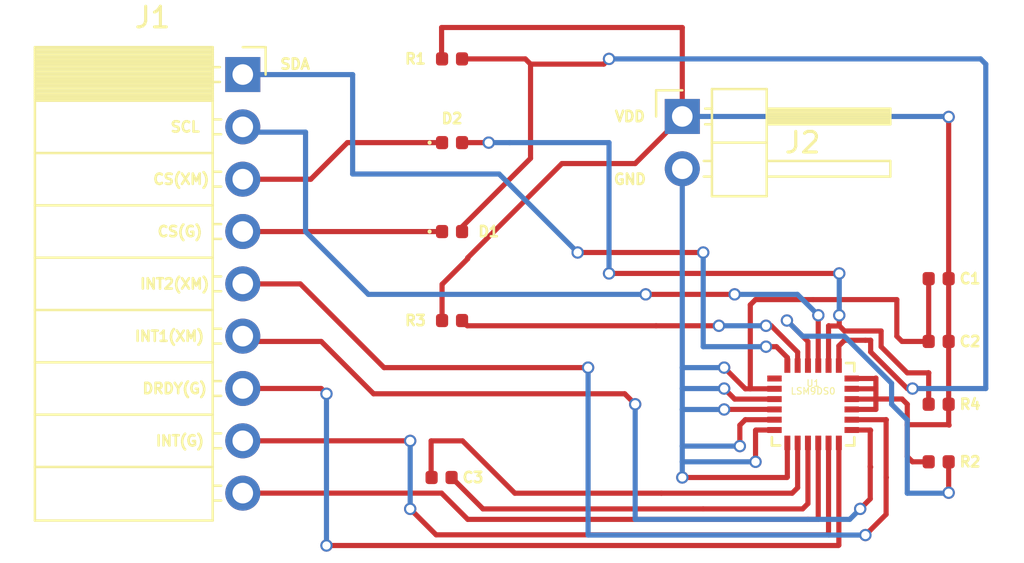
<source format=kicad_pcb>
(kicad_pcb (version 20171130) (host pcbnew "(5.0.0)")

  (general
    (thickness 1.6)
    (drawings 17)
    (tracks 245)
    (zones 0)
    (modules 12)
    (nets 18)
  )

  (page A4)
  (layers
    (0 F.Cu signal)
    (1 In1.Cu power)
    (2 In2.Cu power)
    (31 B.Cu signal)
    (32 B.Adhes user)
    (33 F.Adhes user)
    (34 B.Paste user)
    (35 F.Paste user)
    (36 B.SilkS user)
    (37 F.SilkS user)
    (38 B.Mask user)
    (39 F.Mask user)
    (40 Dwgs.User user)
    (41 Cmts.User user)
    (42 Eco1.User user)
    (43 Eco2.User user)
    (44 Edge.Cuts user)
    (45 Margin user)
    (46 B.CrtYd user)
    (47 F.CrtYd user)
    (48 B.Fab user)
    (49 F.Fab user)
  )

  (setup
    (last_trace_width 0.25)
    (trace_clearance 0.2)
    (zone_clearance 0.508)
    (zone_45_only no)
    (trace_min 0.2)
    (segment_width 0.2)
    (edge_width 0.15)
    (via_size 0.6)
    (via_drill 0.4)
    (via_min_size 0.4)
    (via_min_drill 0.3)
    (uvia_size 0.3)
    (uvia_drill 0.1)
    (uvias_allowed no)
    (uvia_min_size 0.2)
    (uvia_min_drill 0.1)
    (pcb_text_width 0.3)
    (pcb_text_size 1.5 1.5)
    (mod_edge_width 0.15)
    (mod_text_size 1 1)
    (mod_text_width 0.15)
    (pad_size 0.29 0.7)
    (pad_drill 0)
    (pad_to_mask_clearance 0.2)
    (aux_axis_origin 0 0)
    (visible_elements 7FFDFFFF)
    (pcbplotparams
      (layerselection 0x010fc_ffffffff)
      (usegerberextensions false)
      (usegerberattributes false)
      (usegerberadvancedattributes false)
      (creategerberjobfile false)
      (excludeedgelayer true)
      (linewidth 0.100000)
      (plotframeref false)
      (viasonmask false)
      (mode 1)
      (useauxorigin false)
      (hpglpennumber 1)
      (hpglpenspeed 20)
      (hpglpendiameter 15.000000)
      (psnegative false)
      (psa4output false)
      (plotreference true)
      (plotvalue true)
      (plotinvisibletext false)
      (padsonsilk false)
      (subtractmaskfromsilk false)
      (outputformat 1)
      (mirror false)
      (drillshape 1)
      (scaleselection 1)
      (outputdirectory ""))
  )

  (net 0 "")
  (net 1 "Net-(C3-Pad1)")
  (net 2 "Net-(C3-Pad2)")
  (net 3 "Net-(D1-Pad1)")
  (net 4 "Net-(D1-Pad2)")
  (net 5 "Net-(D2-Pad2)")
  (net 6 "Net-(D2-Pad1)")
  (net 7 "Net-(J1-Pad1)")
  (net 8 "Net-(J1-Pad2)")
  (net 9 "Net-(J1-Pad5)")
  (net 10 "Net-(J1-Pad6)")
  (net 11 "Net-(J1-Pad7)")
  (net 12 "Net-(J1-Pad8)")
  (net 13 "Net-(J1-Pad9)")
  (net 14 "Net-(R2-Pad2)")
  (net 15 "Net-(R3-Pad2)")
  (net 16 "Net-(C1-Pad1)")
  (net 17 "Net-(C1-Pad2)")

  (net_class Default "This is the default net class."
    (clearance 0.2)
    (trace_width 0.25)
    (via_dia 0.6)
    (via_drill 0.4)
    (uvia_dia 0.3)
    (uvia_drill 0.1)
    (add_net "Net-(C1-Pad1)")
    (add_net "Net-(C1-Pad2)")
    (add_net "Net-(C3-Pad1)")
    (add_net "Net-(C3-Pad2)")
    (add_net "Net-(D1-Pad1)")
    (add_net "Net-(D1-Pad2)")
    (add_net "Net-(D2-Pad1)")
    (add_net "Net-(D2-Pad2)")
    (add_net "Net-(J1-Pad1)")
    (add_net "Net-(J1-Pad2)")
    (add_net "Net-(J1-Pad5)")
    (add_net "Net-(J1-Pad6)")
    (add_net "Net-(J1-Pad7)")
    (add_net "Net-(J1-Pad8)")
    (add_net "Net-(J1-Pad9)")
    (add_net "Net-(R2-Pad2)")
    (add_net "Net-(R3-Pad2)")
  )

  (module Connector_PinHeader_2.54mm:PinHeader_1x02_P2.54mm_Horizontal (layer F.Cu) (tedit 5BC81304) (tstamp 5BD43528)
    (at 160.02 69.85)
    (descr "Through hole angled pin header, 1x02, 2.54mm pitch, 6mm pin length, single row")
    (tags "Through hole angled pin header THT 1x02 2.54mm single row")
    (path /5BBB0B63)
    (fp_text reference J2 (at 5.842 1.27) (layer F.SilkS)
      (effects (font (size 1 1) (thickness 0.15)))
    )
    (fp_text value Conn_01x02_Female (at 4.385 4.81) (layer F.Fab)
      (effects (font (size 1 1) (thickness 0.15)))
    )
    (fp_line (start 2.135 -1.27) (end 4.04 -1.27) (layer F.Fab) (width 0.1))
    (fp_line (start 4.04 -1.27) (end 4.04 3.81) (layer F.Fab) (width 0.1))
    (fp_line (start 4.04 3.81) (end 1.5 3.81) (layer F.Fab) (width 0.1))
    (fp_line (start 1.5 3.81) (end 1.5 -0.635) (layer F.Fab) (width 0.1))
    (fp_line (start 1.5 -0.635) (end 2.135 -1.27) (layer F.Fab) (width 0.1))
    (fp_line (start -0.32 -0.32) (end 1.5 -0.32) (layer F.Fab) (width 0.1))
    (fp_line (start -0.32 -0.32) (end -0.32 0.32) (layer F.Fab) (width 0.1))
    (fp_line (start -0.32 0.32) (end 1.5 0.32) (layer F.Fab) (width 0.1))
    (fp_line (start 4.04 -0.32) (end 10.04 -0.32) (layer F.Fab) (width 0.1))
    (fp_line (start 10.04 -0.32) (end 10.04 0.32) (layer F.Fab) (width 0.1))
    (fp_line (start 4.04 0.32) (end 10.04 0.32) (layer F.Fab) (width 0.1))
    (fp_line (start -0.32 2.22) (end 1.5 2.22) (layer F.Fab) (width 0.1))
    (fp_line (start -0.32 2.22) (end -0.32 2.86) (layer F.Fab) (width 0.1))
    (fp_line (start -0.32 2.86) (end 1.5 2.86) (layer F.Fab) (width 0.1))
    (fp_line (start 4.04 2.22) (end 10.04 2.22) (layer F.Fab) (width 0.1))
    (fp_line (start 10.04 2.22) (end 10.04 2.86) (layer F.Fab) (width 0.1))
    (fp_line (start 4.04 2.86) (end 10.04 2.86) (layer F.Fab) (width 0.1))
    (fp_line (start 1.44 -1.33) (end 1.44 3.87) (layer F.SilkS) (width 0.12))
    (fp_line (start 1.44 3.87) (end 4.1 3.87) (layer F.SilkS) (width 0.12))
    (fp_line (start 4.1 3.87) (end 4.1 -1.33) (layer F.SilkS) (width 0.12))
    (fp_line (start 4.1 -1.33) (end 1.44 -1.33) (layer F.SilkS) (width 0.12))
    (fp_line (start 4.1 -0.38) (end 10.1 -0.38) (layer F.SilkS) (width 0.12))
    (fp_line (start 10.1 -0.38) (end 10.1 0.38) (layer F.SilkS) (width 0.12))
    (fp_line (start 10.1 0.38) (end 4.1 0.38) (layer F.SilkS) (width 0.12))
    (fp_line (start 4.1 -0.32) (end 10.1 -0.32) (layer F.SilkS) (width 0.12))
    (fp_line (start 4.1 -0.2) (end 10.1 -0.2) (layer F.SilkS) (width 0.12))
    (fp_line (start 4.1 -0.08) (end 10.1 -0.08) (layer F.SilkS) (width 0.12))
    (fp_line (start 4.1 0.04) (end 10.1 0.04) (layer F.SilkS) (width 0.12))
    (fp_line (start 4.1 0.16) (end 10.1 0.16) (layer F.SilkS) (width 0.12))
    (fp_line (start 4.1 0.28) (end 10.1 0.28) (layer F.SilkS) (width 0.12))
    (fp_line (start 1.11 -0.38) (end 1.44 -0.38) (layer F.SilkS) (width 0.12))
    (fp_line (start 1.11 0.38) (end 1.44 0.38) (layer F.SilkS) (width 0.12))
    (fp_line (start 1.44 1.27) (end 4.1 1.27) (layer F.SilkS) (width 0.12))
    (fp_line (start 4.1 2.16) (end 10.1 2.16) (layer F.SilkS) (width 0.12))
    (fp_line (start 10.1 2.16) (end 10.1 2.92) (layer F.SilkS) (width 0.12))
    (fp_line (start 10.1 2.92) (end 4.1 2.92) (layer F.SilkS) (width 0.12))
    (fp_line (start 1.042929 2.16) (end 1.44 2.16) (layer F.SilkS) (width 0.12))
    (fp_line (start 1.042929 2.92) (end 1.44 2.92) (layer F.SilkS) (width 0.12))
    (fp_line (start -1.27 0) (end -1.27 -1.27) (layer F.SilkS) (width 0.12))
    (fp_line (start -1.27 -1.27) (end 0 -1.27) (layer F.SilkS) (width 0.12))
    (fp_line (start -1.8 -1.8) (end -1.8 4.35) (layer F.CrtYd) (width 0.05))
    (fp_line (start -1.8 4.35) (end 10.55 4.35) (layer F.CrtYd) (width 0.05))
    (fp_line (start 10.55 4.35) (end 10.55 -1.8) (layer F.CrtYd) (width 0.05))
    (fp_line (start 10.55 -1.8) (end -1.8 -1.8) (layer F.CrtYd) (width 0.05))
    (fp_text user %R (at 2.794 2.286 90) (layer F.Fab)
      (effects (font (size 1 1) (thickness 0.15)))
    )
    (pad 1 thru_hole rect (at 0 0) (size 1.7 1.7) (drill 1) (layers *.Cu *.Mask)
      (net 17 "Net-(C1-Pad2)"))
    (pad 2 thru_hole oval (at 0 2.54) (size 1.7 1.7) (drill 1) (layers *.Cu *.Mask)
      (net 16 "Net-(C1-Pad1)"))
    (model ${KISYS3DMOD}/Connector_PinHeader_2.54mm.3dshapes/PinHeader_1x02_P2.54mm_Horizontal.wrl
      (at (xyz 0 0 0))
      (scale (xyz 1 1 1))
      (rotate (xyz 0 0 0))
    )
  )

  (module Capacitor_SMD:C_0402_1005Metric (layer F.Cu) (tedit 5BC8122A) (tstamp 5BD34FC5)
    (at 172.466 77.724)
    (descr "Capacitor SMD 0402 (1005 Metric), square (rectangular) end terminal, IPC_7351 nominal, (Body size source: http://www.tortai-tech.com/upload/download/2011102023233369053.pdf), generated with kicad-footprint-generator")
    (tags capacitor)
    (path /5BB5975F)
    (attr smd)
    (fp_text reference C1 (at 1.524 0) (layer F.SilkS)
      (effects (font (size 0.5 0.5) (thickness 0.125)))
    )
    (fp_text value 100nF (at 0 1.17) (layer F.Fab)
      (effects (font (size 1 1) (thickness 0.15)))
    )
    (fp_line (start -0.5 0.25) (end -0.5 -0.25) (layer F.Fab) (width 0.1))
    (fp_line (start -0.5 -0.25) (end 0.5 -0.25) (layer F.Fab) (width 0.1))
    (fp_line (start 0.5 -0.25) (end 0.5 0.25) (layer F.Fab) (width 0.1))
    (fp_line (start 0.5 0.25) (end -0.5 0.25) (layer F.Fab) (width 0.1))
    (fp_line (start -0.93 0.47) (end -0.93 -0.47) (layer F.CrtYd) (width 0.05))
    (fp_line (start -0.93 -0.47) (end 0.93 -0.47) (layer F.CrtYd) (width 0.05))
    (fp_line (start 0.93 -0.47) (end 0.93 0.47) (layer F.CrtYd) (width 0.05))
    (fp_line (start 0.93 0.47) (end -0.93 0.47) (layer F.CrtYd) (width 0.05))
    (fp_text user %R (at 0 0) (layer F.Fab)
      (effects (font (size 0.25 0.25) (thickness 0.04)))
    )
    (pad 1 smd roundrect (at -0.485 0) (size 0.59 0.64) (layers F.Cu F.Paste F.Mask) (roundrect_rratio 0.25)
      (net 16 "Net-(C1-Pad1)"))
    (pad 2 smd roundrect (at 0.485 0) (size 0.59 0.64) (layers F.Cu F.Paste F.Mask) (roundrect_rratio 0.25)
      (net 17 "Net-(C1-Pad2)"))
    (model ${KISYS3DMOD}/Capacitor_SMD.3dshapes/C_0402_1005Metric.wrl
      (at (xyz 0 0 0))
      (scale (xyz 1 1 1))
      (rotate (xyz 0 0 0))
    )
  )

  (module Capacitor_SMD:C_0402_1005Metric (layer F.Cu) (tedit 5BC8121C) (tstamp 5BD34FD4)
    (at 172.466 80.772)
    (descr "Capacitor SMD 0402 (1005 Metric), square (rectangular) end terminal, IPC_7351 nominal, (Body size source: http://www.tortai-tech.com/upload/download/2011102023233369053.pdf), generated with kicad-footprint-generator")
    (tags capacitor)
    (path /5BB59817)
    (attr smd)
    (fp_text reference C2 (at 1.524 0) (layer F.SilkS)
      (effects (font (size 0.5 0.5) (thickness 0.125)))
    )
    (fp_text value 10uF (at 6.604 0) (layer F.Fab) hide
      (effects (font (size 1 1) (thickness 0.15)))
    )
    (fp_text user %R (at 0 0) (layer F.Fab)
      (effects (font (size 0.25 0.25) (thickness 0.04)))
    )
    (fp_line (start 0.93 0.47) (end -0.93 0.47) (layer F.CrtYd) (width 0.05))
    (fp_line (start 0.93 -0.47) (end 0.93 0.47) (layer F.CrtYd) (width 0.05))
    (fp_line (start -0.93 -0.47) (end 0.93 -0.47) (layer F.CrtYd) (width 0.05))
    (fp_line (start -0.93 0.47) (end -0.93 -0.47) (layer F.CrtYd) (width 0.05))
    (fp_line (start 0.5 0.25) (end -0.5 0.25) (layer F.Fab) (width 0.1))
    (fp_line (start 0.5 -0.25) (end 0.5 0.25) (layer F.Fab) (width 0.1))
    (fp_line (start -0.5 -0.25) (end 0.5 -0.25) (layer F.Fab) (width 0.1))
    (fp_line (start -0.5 0.25) (end -0.5 -0.25) (layer F.Fab) (width 0.1))
    (pad 2 smd roundrect (at 0.485 0) (size 0.59 0.64) (layers F.Cu F.Paste F.Mask) (roundrect_rratio 0.25)
      (net 17 "Net-(C1-Pad2)"))
    (pad 1 smd roundrect (at -0.485 0) (size 0.59 0.64) (layers F.Cu F.Paste F.Mask) (roundrect_rratio 0.25)
      (net 16 "Net-(C1-Pad1)"))
    (model ${KISYS3DMOD}/Capacitor_SMD.3dshapes/C_0402_1005Metric.wrl
      (at (xyz 0 0 0))
      (scale (xyz 1 1 1))
      (rotate (xyz 0 0 0))
    )
  )

  (module Capacitor_SMD:C_0402_1005Metric (layer F.Cu) (tedit 5BC812B6) (tstamp 5BD34FE3)
    (at 148.336 87.376)
    (descr "Capacitor SMD 0402 (1005 Metric), square (rectangular) end terminal, IPC_7351 nominal, (Body size source: http://www.tortai-tech.com/upload/download/2011102023233369053.pdf), generated with kicad-footprint-generator")
    (tags capacitor)
    (path /5BB5B7D7)
    (attr smd)
    (fp_text reference C3 (at 1.524 0) (layer F.SilkS)
      (effects (font (size 0.5 0.5) (thickness 0.125)))
    )
    (fp_text value 0.22uF (at 0 1.17) (layer F.Fab)
      (effects (font (size 1 1) (thickness 0.15)))
    )
    (fp_line (start -0.5 0.25) (end -0.5 -0.25) (layer F.Fab) (width 0.1))
    (fp_line (start -0.5 -0.25) (end 0.5 -0.25) (layer F.Fab) (width 0.1))
    (fp_line (start 0.5 -0.25) (end 0.5 0.25) (layer F.Fab) (width 0.1))
    (fp_line (start 0.5 0.25) (end -0.5 0.25) (layer F.Fab) (width 0.1))
    (fp_line (start -0.93 0.47) (end -0.93 -0.47) (layer F.CrtYd) (width 0.05))
    (fp_line (start -0.93 -0.47) (end 0.93 -0.47) (layer F.CrtYd) (width 0.05))
    (fp_line (start 0.93 -0.47) (end 0.93 0.47) (layer F.CrtYd) (width 0.05))
    (fp_line (start 0.93 0.47) (end -0.93 0.47) (layer F.CrtYd) (width 0.05))
    (fp_text user %R (at 0 0) (layer F.Fab)
      (effects (font (size 0.25 0.25) (thickness 0.04)))
    )
    (pad 1 smd roundrect (at -0.485 0) (size 0.59 0.64) (layers F.Cu F.Paste F.Mask) (roundrect_rratio 0.25)
      (net 1 "Net-(C3-Pad1)"))
    (pad 2 smd roundrect (at 0.485 0) (size 0.59 0.64) (layers F.Cu F.Paste F.Mask) (roundrect_rratio 0.25)
      (net 2 "Net-(C3-Pad2)"))
    (model ${KISYS3DMOD}/Capacitor_SMD.3dshapes/C_0402_1005Metric.wrl
      (at (xyz 0 0 0))
      (scale (xyz 1 1 1))
      (rotate (xyz 0 0 0))
    )
  )

  (module Diode_SMD:D_0402_1005Metric (layer F.Cu) (tedit 5BC812D6) (tstamp 5BD34FF5)
    (at 148.844 75.438)
    (descr "Diode SMD 0402 (1005 Metric), square (rectangular) end terminal, IPC_7351 nominal, (Body size source: http://www.tortai-tech.com/upload/download/2011102023233369053.pdf), generated with kicad-footprint-generator")
    (tags diode)
    (path /5BBA454A)
    (attr smd)
    (fp_text reference D1 (at 1.778 0) (layer F.SilkS)
      (effects (font (size 0.5 0.5) (thickness 0.125)))
    )
    (fp_text value D_Small (at 0 1.17) (layer F.Fab)
      (effects (font (size 1 1) (thickness 0.15)))
    )
    (fp_circle (center -1.09 0) (end -1.04 0) (layer F.SilkS) (width 0.1))
    (fp_line (start -0.5 0.25) (end -0.5 -0.25) (layer F.Fab) (width 0.1))
    (fp_line (start -0.5 -0.25) (end 0.5 -0.25) (layer F.Fab) (width 0.1))
    (fp_line (start 0.5 -0.25) (end 0.5 0.25) (layer F.Fab) (width 0.1))
    (fp_line (start 0.5 0.25) (end -0.5 0.25) (layer F.Fab) (width 0.1))
    (fp_line (start -0.4 0.25) (end -0.4 -0.25) (layer F.Fab) (width 0.1))
    (fp_line (start -0.3 0.25) (end -0.3 -0.25) (layer F.Fab) (width 0.1))
    (fp_line (start -0.93 0.47) (end -0.93 -0.47) (layer F.CrtYd) (width 0.05))
    (fp_line (start -0.93 -0.47) (end 0.93 -0.47) (layer F.CrtYd) (width 0.05))
    (fp_line (start 0.93 -0.47) (end 0.93 0.47) (layer F.CrtYd) (width 0.05))
    (fp_line (start 0.93 0.47) (end -0.93 0.47) (layer F.CrtYd) (width 0.05))
    (fp_text user %R (at 0 0) (layer F.Fab)
      (effects (font (size 0.25 0.25) (thickness 0.04)))
    )
    (pad 1 smd roundrect (at -0.485 0) (size 0.59 0.64) (layers F.Cu F.Paste F.Mask) (roundrect_rratio 0.25)
      (net 3 "Net-(D1-Pad1)"))
    (pad 2 smd roundrect (at 0.485 0) (size 0.59 0.64) (layers F.Cu F.Paste F.Mask) (roundrect_rratio 0.25)
      (net 4 "Net-(D1-Pad2)"))
    (model ${KISYS3DMOD}/Diode_SMD.3dshapes/D_0402_1005Metric.wrl
      (at (xyz 0 0 0))
      (scale (xyz 1 1 1))
      (rotate (xyz 0 0 0))
    )
  )

  (module Diode_SMD:D_0402_1005Metric (layer F.Cu) (tedit 5BC812E0) (tstamp 5BD35007)
    (at 148.844 71.12)
    (descr "Diode SMD 0402 (1005 Metric), square (rectangular) end terminal, IPC_7351 nominal, (Body size source: http://www.tortai-tech.com/upload/download/2011102023233369053.pdf), generated with kicad-footprint-generator")
    (tags diode)
    (path /5BBAE8B5)
    (attr smd)
    (fp_text reference D2 (at 0 -1.17) (layer F.SilkS)
      (effects (font (size 0.5 0.5) (thickness 0.125)))
    )
    (fp_text value D_Small (at 0 1.17) (layer F.Fab)
      (effects (font (size 1 1) (thickness 0.15)))
    )
    (fp_text user %R (at 0 0) (layer F.Fab)
      (effects (font (size 0.25 0.25) (thickness 0.04)))
    )
    (fp_line (start 0.93 0.47) (end -0.93 0.47) (layer F.CrtYd) (width 0.05))
    (fp_line (start 0.93 -0.47) (end 0.93 0.47) (layer F.CrtYd) (width 0.05))
    (fp_line (start -0.93 -0.47) (end 0.93 -0.47) (layer F.CrtYd) (width 0.05))
    (fp_line (start -0.93 0.47) (end -0.93 -0.47) (layer F.CrtYd) (width 0.05))
    (fp_line (start -0.3 0.25) (end -0.3 -0.25) (layer F.Fab) (width 0.1))
    (fp_line (start -0.4 0.25) (end -0.4 -0.25) (layer F.Fab) (width 0.1))
    (fp_line (start 0.5 0.25) (end -0.5 0.25) (layer F.Fab) (width 0.1))
    (fp_line (start 0.5 -0.25) (end 0.5 0.25) (layer F.Fab) (width 0.1))
    (fp_line (start -0.5 -0.25) (end 0.5 -0.25) (layer F.Fab) (width 0.1))
    (fp_line (start -0.5 0.25) (end -0.5 -0.25) (layer F.Fab) (width 0.1))
    (fp_circle (center -1.09 0) (end -1.04 0) (layer F.SilkS) (width 0.1))
    (pad 2 smd roundrect (at 0.485 0) (size 0.59 0.64) (layers F.Cu F.Paste F.Mask) (roundrect_rratio 0.25)
      (net 5 "Net-(D2-Pad2)"))
    (pad 1 smd roundrect (at -0.485 0) (size 0.59 0.64) (layers F.Cu F.Paste F.Mask) (roundrect_rratio 0.25)
      (net 6 "Net-(D2-Pad1)"))
    (model ${KISYS3DMOD}/Diode_SMD.3dshapes/D_0402_1005Metric.wrl
      (at (xyz 0 0 0))
      (scale (xyz 1 1 1))
      (rotate (xyz 0 0 0))
    )
  )

  (module Connector_PinSocket_2.54mm:PinSocket_1x09_P2.54mm_Horizontal (layer F.Cu) (tedit 5A19A434) (tstamp 5BD3506E)
    (at 138.685001 67.815001)
    (descr "Through hole angled socket strip, 1x09, 2.54mm pitch, 8.51mm socket length, single row (from Kicad 4.0.7), script generated")
    (tags "Through hole angled socket strip THT 1x09 2.54mm single row")
    (path /5BBB1E97)
    (fp_text reference J1 (at -4.38 -2.77) (layer F.SilkS)
      (effects (font (size 1 1) (thickness 0.15)))
    )
    (fp_text value Conn_01x09_Female (at -4.38 23.09) (layer F.Fab)
      (effects (font (size 1 1) (thickness 0.15)))
    )
    (fp_line (start -10.03 -1.27) (end -2.49 -1.27) (layer F.Fab) (width 0.1))
    (fp_line (start -2.49 -1.27) (end -1.52 -0.3) (layer F.Fab) (width 0.1))
    (fp_line (start -1.52 -0.3) (end -1.52 21.59) (layer F.Fab) (width 0.1))
    (fp_line (start -1.52 21.59) (end -10.03 21.59) (layer F.Fab) (width 0.1))
    (fp_line (start -10.03 21.59) (end -10.03 -1.27) (layer F.Fab) (width 0.1))
    (fp_line (start 0 -0.3) (end -1.52 -0.3) (layer F.Fab) (width 0.1))
    (fp_line (start -1.52 0.3) (end 0 0.3) (layer F.Fab) (width 0.1))
    (fp_line (start 0 0.3) (end 0 -0.3) (layer F.Fab) (width 0.1))
    (fp_line (start 0 2.24) (end -1.52 2.24) (layer F.Fab) (width 0.1))
    (fp_line (start -1.52 2.84) (end 0 2.84) (layer F.Fab) (width 0.1))
    (fp_line (start 0 2.84) (end 0 2.24) (layer F.Fab) (width 0.1))
    (fp_line (start 0 4.78) (end -1.52 4.78) (layer F.Fab) (width 0.1))
    (fp_line (start -1.52 5.38) (end 0 5.38) (layer F.Fab) (width 0.1))
    (fp_line (start 0 5.38) (end 0 4.78) (layer F.Fab) (width 0.1))
    (fp_line (start 0 7.32) (end -1.52 7.32) (layer F.Fab) (width 0.1))
    (fp_line (start -1.52 7.92) (end 0 7.92) (layer F.Fab) (width 0.1))
    (fp_line (start 0 7.92) (end 0 7.32) (layer F.Fab) (width 0.1))
    (fp_line (start 0 9.86) (end -1.52 9.86) (layer F.Fab) (width 0.1))
    (fp_line (start -1.52 10.46) (end 0 10.46) (layer F.Fab) (width 0.1))
    (fp_line (start 0 10.46) (end 0 9.86) (layer F.Fab) (width 0.1))
    (fp_line (start 0 12.4) (end -1.52 12.4) (layer F.Fab) (width 0.1))
    (fp_line (start -1.52 13) (end 0 13) (layer F.Fab) (width 0.1))
    (fp_line (start 0 13) (end 0 12.4) (layer F.Fab) (width 0.1))
    (fp_line (start 0 14.94) (end -1.52 14.94) (layer F.Fab) (width 0.1))
    (fp_line (start -1.52 15.54) (end 0 15.54) (layer F.Fab) (width 0.1))
    (fp_line (start 0 15.54) (end 0 14.94) (layer F.Fab) (width 0.1))
    (fp_line (start 0 17.48) (end -1.52 17.48) (layer F.Fab) (width 0.1))
    (fp_line (start -1.52 18.08) (end 0 18.08) (layer F.Fab) (width 0.1))
    (fp_line (start 0 18.08) (end 0 17.48) (layer F.Fab) (width 0.1))
    (fp_line (start 0 20.02) (end -1.52 20.02) (layer F.Fab) (width 0.1))
    (fp_line (start -1.52 20.62) (end 0 20.62) (layer F.Fab) (width 0.1))
    (fp_line (start 0 20.62) (end 0 20.02) (layer F.Fab) (width 0.1))
    (fp_line (start -10.09 -1.21) (end -1.46 -1.21) (layer F.SilkS) (width 0.12))
    (fp_line (start -10.09 -1.091905) (end -1.46 -1.091905) (layer F.SilkS) (width 0.12))
    (fp_line (start -10.09 -0.97381) (end -1.46 -0.97381) (layer F.SilkS) (width 0.12))
    (fp_line (start -10.09 -0.855715) (end -1.46 -0.855715) (layer F.SilkS) (width 0.12))
    (fp_line (start -10.09 -0.73762) (end -1.46 -0.73762) (layer F.SilkS) (width 0.12))
    (fp_line (start -10.09 -0.619525) (end -1.46 -0.619525) (layer F.SilkS) (width 0.12))
    (fp_line (start -10.09 -0.50143) (end -1.46 -0.50143) (layer F.SilkS) (width 0.12))
    (fp_line (start -10.09 -0.383335) (end -1.46 -0.383335) (layer F.SilkS) (width 0.12))
    (fp_line (start -10.09 -0.26524) (end -1.46 -0.26524) (layer F.SilkS) (width 0.12))
    (fp_line (start -10.09 -0.147145) (end -1.46 -0.147145) (layer F.SilkS) (width 0.12))
    (fp_line (start -10.09 -0.02905) (end -1.46 -0.02905) (layer F.SilkS) (width 0.12))
    (fp_line (start -10.09 0.089045) (end -1.46 0.089045) (layer F.SilkS) (width 0.12))
    (fp_line (start -10.09 0.20714) (end -1.46 0.20714) (layer F.SilkS) (width 0.12))
    (fp_line (start -10.09 0.325235) (end -1.46 0.325235) (layer F.SilkS) (width 0.12))
    (fp_line (start -10.09 0.44333) (end -1.46 0.44333) (layer F.SilkS) (width 0.12))
    (fp_line (start -10.09 0.561425) (end -1.46 0.561425) (layer F.SilkS) (width 0.12))
    (fp_line (start -10.09 0.67952) (end -1.46 0.67952) (layer F.SilkS) (width 0.12))
    (fp_line (start -10.09 0.797615) (end -1.46 0.797615) (layer F.SilkS) (width 0.12))
    (fp_line (start -10.09 0.91571) (end -1.46 0.91571) (layer F.SilkS) (width 0.12))
    (fp_line (start -10.09 1.033805) (end -1.46 1.033805) (layer F.SilkS) (width 0.12))
    (fp_line (start -10.09 1.1519) (end -1.46 1.1519) (layer F.SilkS) (width 0.12))
    (fp_line (start -1.46 -0.36) (end -1.11 -0.36) (layer F.SilkS) (width 0.12))
    (fp_line (start -1.46 0.36) (end -1.11 0.36) (layer F.SilkS) (width 0.12))
    (fp_line (start -1.46 2.18) (end -1.05 2.18) (layer F.SilkS) (width 0.12))
    (fp_line (start -1.46 2.9) (end -1.05 2.9) (layer F.SilkS) (width 0.12))
    (fp_line (start -1.46 4.72) (end -1.05 4.72) (layer F.SilkS) (width 0.12))
    (fp_line (start -1.46 5.44) (end -1.05 5.44) (layer F.SilkS) (width 0.12))
    (fp_line (start -1.46 7.26) (end -1.05 7.26) (layer F.SilkS) (width 0.12))
    (fp_line (start -1.46 7.98) (end -1.05 7.98) (layer F.SilkS) (width 0.12))
    (fp_line (start -1.46 9.8) (end -1.05 9.8) (layer F.SilkS) (width 0.12))
    (fp_line (start -1.46 10.52) (end -1.05 10.52) (layer F.SilkS) (width 0.12))
    (fp_line (start -1.46 12.34) (end -1.05 12.34) (layer F.SilkS) (width 0.12))
    (fp_line (start -1.46 13.06) (end -1.05 13.06) (layer F.SilkS) (width 0.12))
    (fp_line (start -1.46 14.88) (end -1.05 14.88) (layer F.SilkS) (width 0.12))
    (fp_line (start -1.46 15.6) (end -1.05 15.6) (layer F.SilkS) (width 0.12))
    (fp_line (start -1.46 17.42) (end -1.05 17.42) (layer F.SilkS) (width 0.12))
    (fp_line (start -1.46 18.14) (end -1.05 18.14) (layer F.SilkS) (width 0.12))
    (fp_line (start -1.46 19.96) (end -1.05 19.96) (layer F.SilkS) (width 0.12))
    (fp_line (start -1.46 20.68) (end -1.05 20.68) (layer F.SilkS) (width 0.12))
    (fp_line (start -10.09 1.27) (end -1.46 1.27) (layer F.SilkS) (width 0.12))
    (fp_line (start -10.09 3.81) (end -1.46 3.81) (layer F.SilkS) (width 0.12))
    (fp_line (start -10.09 6.35) (end -1.46 6.35) (layer F.SilkS) (width 0.12))
    (fp_line (start -10.09 8.89) (end -1.46 8.89) (layer F.SilkS) (width 0.12))
    (fp_line (start -10.09 11.43) (end -1.46 11.43) (layer F.SilkS) (width 0.12))
    (fp_line (start -10.09 13.97) (end -1.46 13.97) (layer F.SilkS) (width 0.12))
    (fp_line (start -10.09 16.51) (end -1.46 16.51) (layer F.SilkS) (width 0.12))
    (fp_line (start -10.09 19.05) (end -1.46 19.05) (layer F.SilkS) (width 0.12))
    (fp_line (start -10.09 -1.33) (end -1.46 -1.33) (layer F.SilkS) (width 0.12))
    (fp_line (start -1.46 -1.33) (end -1.46 21.65) (layer F.SilkS) (width 0.12))
    (fp_line (start -10.09 21.65) (end -1.46 21.65) (layer F.SilkS) (width 0.12))
    (fp_line (start -10.09 -1.33) (end -10.09 21.65) (layer F.SilkS) (width 0.12))
    (fp_line (start 1.11 -1.33) (end 1.11 0) (layer F.SilkS) (width 0.12))
    (fp_line (start 0 -1.33) (end 1.11 -1.33) (layer F.SilkS) (width 0.12))
    (fp_line (start 1.75 -1.75) (end -10.55 -1.75) (layer F.CrtYd) (width 0.05))
    (fp_line (start -10.55 -1.75) (end -10.55 22.15) (layer F.CrtYd) (width 0.05))
    (fp_line (start -10.55 22.15) (end 1.75 22.15) (layer F.CrtYd) (width 0.05))
    (fp_line (start 1.75 22.15) (end 1.75 -1.75) (layer F.CrtYd) (width 0.05))
    (fp_text user %R (at -5.775 10.16 90) (layer F.Fab)
      (effects (font (size 1 1) (thickness 0.15)))
    )
    (pad 1 thru_hole rect (at 0 0) (size 1.7 1.7) (drill 1) (layers *.Cu *.Mask)
      (net 7 "Net-(J1-Pad1)"))
    (pad 2 thru_hole oval (at 0 2.54) (size 1.7 1.7) (drill 1) (layers *.Cu *.Mask)
      (net 8 "Net-(J1-Pad2)"))
    (pad 3 thru_hole oval (at 0 5.08) (size 1.7 1.7) (drill 1) (layers *.Cu *.Mask)
      (net 6 "Net-(D2-Pad1)"))
    (pad 4 thru_hole oval (at 0 7.62) (size 1.7 1.7) (drill 1) (layers *.Cu *.Mask)
      (net 3 "Net-(D1-Pad1)"))
    (pad 5 thru_hole oval (at 0 10.16) (size 1.7 1.7) (drill 1) (layers *.Cu *.Mask)
      (net 9 "Net-(J1-Pad5)"))
    (pad 6 thru_hole oval (at 0 12.7) (size 1.7 1.7) (drill 1) (layers *.Cu *.Mask)
      (net 10 "Net-(J1-Pad6)"))
    (pad 7 thru_hole oval (at 0 15.24) (size 1.7 1.7) (drill 1) (layers *.Cu *.Mask)
      (net 11 "Net-(J1-Pad7)"))
    (pad 8 thru_hole oval (at 0 17.78) (size 1.7 1.7) (drill 1) (layers *.Cu *.Mask)
      (net 12 "Net-(J1-Pad8)"))
    (pad 9 thru_hole oval (at 0 20.32) (size 1.7 1.7) (drill 1) (layers *.Cu *.Mask)
      (net 13 "Net-(J1-Pad9)"))
    (model ${KISYS3DMOD}/Connector_PinSocket_2.54mm.3dshapes/PinSocket_1x09_P2.54mm_Horizontal.wrl
      (at (xyz 0 0 0))
      (scale (xyz 1 1 1))
      (rotate (xyz 0 0 0))
    )
  )

  (module Resistor_SMD:R_0402_1005Metric (layer F.Cu) (tedit 5BC812EE) (tstamp 5BD3507D)
    (at 148.844 67.056)
    (descr "Resistor SMD 0402 (1005 Metric), square (rectangular) end terminal, IPC_7351 nominal, (Body size source: http://www.tortai-tech.com/upload/download/2011102023233369053.pdf), generated with kicad-footprint-generator")
    (tags resistor)
    (path /5BB6CD0F)
    (attr smd)
    (fp_text reference R1 (at -1.778 0) (layer F.SilkS)
      (effects (font (size 0.5 0.5) (thickness 0.125)))
    )
    (fp_text value 10k (at 0 1.17) (layer F.Fab)
      (effects (font (size 1 1) (thickness 0.15)))
    )
    (fp_line (start -0.5 0.25) (end -0.5 -0.25) (layer F.Fab) (width 0.1))
    (fp_line (start -0.5 -0.25) (end 0.5 -0.25) (layer F.Fab) (width 0.1))
    (fp_line (start 0.5 -0.25) (end 0.5 0.25) (layer F.Fab) (width 0.1))
    (fp_line (start 0.5 0.25) (end -0.5 0.25) (layer F.Fab) (width 0.1))
    (fp_line (start -0.93 0.47) (end -0.93 -0.47) (layer F.CrtYd) (width 0.05))
    (fp_line (start -0.93 -0.47) (end 0.93 -0.47) (layer F.CrtYd) (width 0.05))
    (fp_line (start 0.93 -0.47) (end 0.93 0.47) (layer F.CrtYd) (width 0.05))
    (fp_line (start 0.93 0.47) (end -0.93 0.47) (layer F.CrtYd) (width 0.05))
    (fp_text user %R (at 0 0) (layer F.Fab)
      (effects (font (size 0.25 0.25) (thickness 0.04)))
    )
    (pad 1 smd roundrect (at -0.485 0) (size 0.59 0.64) (layers F.Cu F.Paste F.Mask) (roundrect_rratio 0.25)
      (net 17 "Net-(C1-Pad2)"))
    (pad 2 smd roundrect (at 0.485 0) (size 0.59 0.64) (layers F.Cu F.Paste F.Mask) (roundrect_rratio 0.25)
      (net 4 "Net-(D1-Pad2)"))
    (model ${KISYS3DMOD}/Resistor_SMD.3dshapes/R_0402_1005Metric.wrl
      (at (xyz 0 0 0))
      (scale (xyz 1 1 1))
      (rotate (xyz 0 0 0))
    )
  )

  (module Resistor_SMD:R_0402_1005Metric (layer F.Cu) (tedit 5BC81277) (tstamp 5BD3508C)
    (at 172.466 86.614)
    (descr "Resistor SMD 0402 (1005 Metric), square (rectangular) end terminal, IPC_7351 nominal, (Body size source: http://www.tortai-tech.com/upload/download/2011102023233369053.pdf), generated with kicad-footprint-generator")
    (tags resistor)
    (path /5BB9A51D)
    (attr smd)
    (fp_text reference R2 (at 1.524 0) (layer F.SilkS)
      (effects (font (size 0.5 0.5) (thickness 0.125)))
    )
    (fp_text value 10k (at 0 1.27) (layer F.Fab)
      (effects (font (size 1 1) (thickness 0.15)))
    )
    (fp_line (start -0.5 0.25) (end -0.5 -0.25) (layer F.Fab) (width 0.1))
    (fp_line (start -0.5 -0.25) (end 0.5 -0.25) (layer F.Fab) (width 0.1))
    (fp_line (start 0.5 -0.25) (end 0.5 0.25) (layer F.Fab) (width 0.1))
    (fp_line (start 0.5 0.25) (end -0.5 0.25) (layer F.Fab) (width 0.1))
    (fp_line (start -0.93 0.47) (end -0.93 -0.47) (layer F.CrtYd) (width 0.05))
    (fp_line (start -0.93 -0.47) (end 0.93 -0.47) (layer F.CrtYd) (width 0.05))
    (fp_line (start 0.93 -0.47) (end 0.93 0.47) (layer F.CrtYd) (width 0.05))
    (fp_line (start 0.93 0.47) (end -0.93 0.47) (layer F.CrtYd) (width 0.05))
    (fp_text user %R (at 0 0) (layer F.Fab)
      (effects (font (size 0.25 0.25) (thickness 0.04)))
    )
    (pad 1 smd roundrect (at -0.485 0) (size 0.59 0.64) (layers F.Cu F.Paste F.Mask) (roundrect_rratio 0.25)
      (net 17 "Net-(C1-Pad2)"))
    (pad 2 smd roundrect (at 0.485 0) (size 0.59 0.64) (layers F.Cu F.Paste F.Mask) (roundrect_rratio 0.25)
      (net 14 "Net-(R2-Pad2)"))
    (model ${KISYS3DMOD}/Resistor_SMD.3dshapes/R_0402_1005Metric.wrl
      (at (xyz 0 0 0))
      (scale (xyz 1 1 1))
      (rotate (xyz 0 0 0))
    )
  )

  (module Resistor_SMD:R_0402_1005Metric (layer F.Cu) (tedit 5BC812C5) (tstamp 5BD3509B)
    (at 148.844 79.756)
    (descr "Resistor SMD 0402 (1005 Metric), square (rectangular) end terminal, IPC_7351 nominal, (Body size source: http://www.tortai-tech.com/upload/download/2011102023233369053.pdf), generated with kicad-footprint-generator")
    (tags resistor)
    (path /5BB971C0)
    (attr smd)
    (fp_text reference R3 (at -1.778 0) (layer F.SilkS)
      (effects (font (size 0.5 0.5) (thickness 0.125)))
    )
    (fp_text value 10k (at 0 1.17) (layer F.Fab)
      (effects (font (size 1 1) (thickness 0.15)))
    )
    (fp_text user %R (at 0 0) (layer F.Fab)
      (effects (font (size 0.25 0.25) (thickness 0.04)))
    )
    (fp_line (start 0.93 0.47) (end -0.93 0.47) (layer F.CrtYd) (width 0.05))
    (fp_line (start 0.93 -0.47) (end 0.93 0.47) (layer F.CrtYd) (width 0.05))
    (fp_line (start -0.93 -0.47) (end 0.93 -0.47) (layer F.CrtYd) (width 0.05))
    (fp_line (start -0.93 0.47) (end -0.93 -0.47) (layer F.CrtYd) (width 0.05))
    (fp_line (start 0.5 0.25) (end -0.5 0.25) (layer F.Fab) (width 0.1))
    (fp_line (start 0.5 -0.25) (end 0.5 0.25) (layer F.Fab) (width 0.1))
    (fp_line (start -0.5 -0.25) (end 0.5 -0.25) (layer F.Fab) (width 0.1))
    (fp_line (start -0.5 0.25) (end -0.5 -0.25) (layer F.Fab) (width 0.1))
    (pad 2 smd roundrect (at 0.485 0) (size 0.59 0.64) (layers F.Cu F.Paste F.Mask) (roundrect_rratio 0.25)
      (net 15 "Net-(R3-Pad2)"))
    (pad 1 smd roundrect (at -0.485 0) (size 0.59 0.64) (layers F.Cu F.Paste F.Mask) (roundrect_rratio 0.25)
      (net 17 "Net-(C1-Pad2)"))
    (model ${KISYS3DMOD}/Resistor_SMD.3dshapes/R_0402_1005Metric.wrl
      (at (xyz 0 0 0))
      (scale (xyz 1 1 1))
      (rotate (xyz 0 0 0))
    )
  )

  (module Resistor_SMD:R_0402_1005Metric (layer F.Cu) (tedit 5BC81241) (tstamp 5BD350AA)
    (at 172.466 83.82)
    (descr "Resistor SMD 0402 (1005 Metric), square (rectangular) end terminal, IPC_7351 nominal, (Body size source: http://www.tortai-tech.com/upload/download/2011102023233369053.pdf), generated with kicad-footprint-generator")
    (tags resistor)
    (path /5BB9DBC0)
    (attr smd)
    (fp_text reference R4 (at 1.524 0) (layer F.SilkS)
      (effects (font (size 0.5 0.5) (thickness 0.125)))
    )
    (fp_text value 10k (at 0 1.17) (layer F.Fab)
      (effects (font (size 1 1) (thickness 0.15)))
    )
    (fp_text user %R (at 0 0) (layer F.Fab)
      (effects (font (size 0.25 0.25) (thickness 0.04)))
    )
    (fp_line (start 0.93 0.47) (end -0.93 0.47) (layer F.CrtYd) (width 0.05))
    (fp_line (start 0.93 -0.47) (end 0.93 0.47) (layer F.CrtYd) (width 0.05))
    (fp_line (start -0.93 -0.47) (end 0.93 -0.47) (layer F.CrtYd) (width 0.05))
    (fp_line (start -0.93 0.47) (end -0.93 -0.47) (layer F.CrtYd) (width 0.05))
    (fp_line (start 0.5 0.25) (end -0.5 0.25) (layer F.Fab) (width 0.1))
    (fp_line (start 0.5 -0.25) (end 0.5 0.25) (layer F.Fab) (width 0.1))
    (fp_line (start -0.5 -0.25) (end 0.5 -0.25) (layer F.Fab) (width 0.1))
    (fp_line (start -0.5 0.25) (end -0.5 -0.25) (layer F.Fab) (width 0.1))
    (pad 2 smd roundrect (at 0.485 0) (size 0.59 0.64) (layers F.Cu F.Paste F.Mask) (roundrect_rratio 0.25)
      (net 17 "Net-(C1-Pad2)"))
    (pad 1 smd roundrect (at -0.485 0) (size 0.59 0.64) (layers F.Cu F.Paste F.Mask) (roundrect_rratio 0.25)
      (net 5 "Net-(D2-Pad2)"))
    (model ${KISYS3DMOD}/Resistor_SMD.3dshapes/R_0402_1005Metric.wrl
      (at (xyz 0 0 0))
      (scale (xyz 1 1 1))
      (rotate (xyz 0 0 0))
    )
  )

  (module LSM9DS04:LGA-24LSM (layer F.Cu) (tedit 5BC813BA) (tstamp 5BD350FC)
    (at 166.37 83.82)
    (descr "<h3>LGA 4x4x1 mm 24-lead</h3><ul><li>0.5mm pitch</li><li>Pads are 0.35x0.2 mm square</li></ul><p>This package is used for:<p><ul><li>ST Micro LSM9DS0 3D accel/gyro/mag</li></ul>")
    (path /5BB59372)
    (attr smd)
    (fp_text reference U1 (at 0 -1.016) (layer F.SilkS)
      (effects (font (size 0.32063 0.32063) (thickness 0.05)))
    )
    (fp_text value LSM9DS0 (at 0 -0.636416) (layer F.SilkS)
      (effects (font (size 0.320714 0.320714) (thickness 0.05)))
    )
    (fp_line (start -2 2) (end -2 -2) (layer Dwgs.User) (width 0.127))
    (fp_line (start -2 -2) (end 2 -2) (layer Dwgs.User) (width 0.127))
    (fp_line (start 2 -2) (end 2 2) (layer Dwgs.User) (width 0.127))
    (fp_line (start 2 2) (end -2 2) (layer Dwgs.User) (width 0.127))
    (fp_circle (center -1.75 -1.75) (end -1.7 -1.75) (layer Dwgs.User) (width 0.127))
    (fp_poly (pts (xy -0.350856 1.55) (xy -0.15 1.55) (xy -0.15 1.90465) (xy -0.350856 1.90465)) (layer Dwgs.User) (width 0))
    (fp_poly (pts (xy 0.150283 1.55) (xy 0.35 1.55) (xy 0.35 1.90359) (xy 0.150283 1.90359)) (layer Dwgs.User) (width 0))
    (fp_poly (pts (xy 0.651147 1.55) (xy 0.85 1.55) (xy 0.85 1.90335) (xy 0.651147 1.90335)) (layer Dwgs.User) (width 0))
    (fp_poly (pts (xy 1.15272 1.55) (xy 1.35 1.55) (xy 1.35 1.9045) (xy 1.15272 1.9045)) (layer Dwgs.User) (width 0))
    (fp_poly (pts (xy -0.851314 1.55) (xy -0.65 1.55) (xy -0.65 1.90294) (xy -0.851314 1.90294)) (layer Dwgs.User) (width 0))
    (fp_poly (pts (xy -1.35248 1.55) (xy -1.15 1.55) (xy -1.15 1.90349) (xy -1.35248 1.90349)) (layer Dwgs.User) (width 0))
    (fp_poly (pts (xy 0.35 -1.55296) (xy 0.150287 -1.55296) (xy 0.150287 -1.9) (xy 0.35 -1.9)) (layer Dwgs.User) (width 0))
    (fp_poly (pts (xy -0.15 -1.55491) (xy -0.351109 -1.55491) (xy -0.351109 -1.9) (xy -0.15 -1.9)) (layer Dwgs.User) (width 0))
    (fp_poly (pts (xy -0.65 -1.55366) (xy -0.852004 -1.55366) (xy -0.852004 -1.9) (xy -0.65 -1.9)) (layer Dwgs.User) (width 0))
    (fp_poly (pts (xy -1.15 -1.553) (xy -1.35261 -1.553) (xy -1.35261 -1.9) (xy -1.15 -1.9)) (layer Dwgs.User) (width 0))
    (fp_poly (pts (xy 0.85 -1.55309) (xy 0.651294 -1.55309) (xy 0.651294 -1.9) (xy 0.85 -1.9)) (layer Dwgs.User) (width 0))
    (fp_poly (pts (xy 1.35 -1.55319) (xy 1.15236 -1.55319) (xy 1.15236 -1.9) (xy 1.35 -1.9)) (layer Dwgs.User) (width 0))
    (fp_poly (pts (xy -1.90278 -0.35) (xy -1.55 -0.35) (xy -1.55 -0.150219) (xy -1.90278 -0.150219)) (layer Dwgs.User) (width 0))
    (fp_poly (pts (xy -1.90371 0.15) (xy -1.55 0.15) (xy -1.55 0.350682) (xy -1.90371 0.350682)) (layer Dwgs.User) (width 0))
    (fp_poly (pts (xy -1.90525 -0.85) (xy -1.55 -0.85) (xy -1.55 -0.651794) (xy -1.90525 -0.651794)) (layer Dwgs.User) (width 0))
    (fp_poly (pts (xy -1.90259 -1.35) (xy -1.55 -1.35) (xy -1.55 -1.15157) (xy -1.90259 -1.15157)) (layer Dwgs.User) (width 0))
    (fp_poly (pts (xy -1.90478 0.65) (xy -1.55 0.65) (xy -1.55 0.852139) (xy -1.90478 0.852139)) (layer Dwgs.User) (width 0))
    (fp_poly (pts (xy -1.90464 1.15) (xy -1.55 1.15) (xy -1.55 1.3533) (xy -1.90464 1.3533)) (layer Dwgs.User) (width 0))
    (fp_poly (pts (xy 1.9 0.35122) (xy 1.5554 0.35122) (xy 1.5554 0.15) (xy 1.9 0.15)) (layer Dwgs.User) (width 0))
    (fp_poly (pts (xy 1.9 -0.150319) (xy 1.5533 -0.150319) (xy 1.5533 -0.35) (xy 1.9 -0.35)) (layer Dwgs.User) (width 0))
    (fp_poly (pts (xy 1.9 0.852835) (xy 1.55517 0.852835) (xy 1.55517 0.65) (xy 1.9 0.65)) (layer Dwgs.User) (width 0))
    (fp_poly (pts (xy 1.9 1.35185) (xy 1.55211 1.35185) (xy 1.55211 1.15) (xy 1.9 1.15)) (layer Dwgs.User) (width 0))
    (fp_poly (pts (xy 1.9 -0.651956) (xy 1.55467 -0.651956) (xy 1.55467 -0.85) (xy 1.9 -0.85)) (layer Dwgs.User) (width 0))
    (fp_poly (pts (xy 1.9 -1.15188) (xy 1.55254 -1.15188) (xy 1.55254 -1.35) (xy 1.9 -1.35)) (layer Dwgs.User) (width 0))
    (fp_line (start 2 -2) (end 1.6 -2) (layer F.SilkS) (width 0.127))
    (fp_line (start 2 -2) (end 2 -1.6) (layer F.SilkS) (width 0.127))
    (fp_line (start 2 2) (end 1.6 2) (layer F.SilkS) (width 0.127))
    (fp_line (start 2 2) (end 2 1.6) (layer F.SilkS) (width 0.127))
    (fp_line (start -2 2) (end -1.6 2) (layer F.SilkS) (width 0.127))
    (fp_line (start -2 2) (end -2 1.6) (layer F.SilkS) (width 0.127))
    (fp_line (start 0.115 1.004) (end 0.996 1.004) (layer Dwgs.User) (width 0.0762))
    (fp_line (start 0.996 0.012) (end 0.996 1.004) (layer Dwgs.User) (width 0.0762))
    (fp_line (start 0.996 0.012) (end 0.846 0.162) (layer Dwgs.User) (width 0.0762))
    (fp_line (start 0.996 0.012) (end 1.146 0.162) (layer Dwgs.User) (width 0.0762))
    (fp_text user X (at 0.995682 -0.166114) (layer Eco2.User)
      (effects (font (size 0.25 0.25) (thickness 0.05)))
    )
    (fp_text user Y (at -0.050032 1.000633) (layer Eco2.User)
      (effects (font (size 0.25 0.25) (thickness 0.0625)))
    )
    (fp_text user Z (at -0.254 0) (layer Eco2.User)
      (effects (font (size 0.25 0.25) (thickness 0.0625)))
    )
    (fp_circle (center 0.238 0.389) (end 0.266281 0.389) (layer Dwgs.User) (width 0.0762))
    (fp_arc (start 0.21465 0.392442) (end 0.074 0.562) (angle 225) (layer Dwgs.User) (width 0.0762))
    (fp_line (start 0.074 0.562) (end -0.066 0.522) (layer Dwgs.User) (width 0.0762))
    (fp_line (start 0.074 0.562) (end 0.104 0.442) (layer Dwgs.User) (width 0.0762))
    (fp_line (start 0.112 1.004) (end 0.262 1.154) (layer Dwgs.User) (width 0.0762))
    (fp_line (start 0.112 1.004) (end 0.262 0.854) (layer Dwgs.User) (width 0.0762))
    (fp_arc (start 0.642442 1.01465) (end 0.812 0.874) (angle -225) (layer Dwgs.User) (width 0.0762))
    (fp_line (start 0.812 0.874) (end 0.772 0.734) (layer Dwgs.User) (width 0.0762))
    (fp_line (start 0.812 0.874) (end 0.692 0.904) (layer Dwgs.User) (width 0.0762))
    (fp_arc (start 0.99195 0.475158) (end 1.1326 0.3056) (angle 225) (layer Dwgs.User) (width 0.0762))
    (fp_line (start 1.1326 0.3056) (end 1.2726 0.3456) (layer Dwgs.User) (width 0.0762))
    (fp_line (start 1.1326 0.3056) (end 1.1026 0.4256) (layer Dwgs.User) (width 0.0762))
    (pad 24 smd rect (at -1.25 -1.875) (size 0.29 0.7) (layers F.Cu F.Paste F.Mask)
      (net 7 "Net-(J1-Pad1)"))
    (pad 23 smd rect (at -0.75 -1.875) (size 0.29 0.7) (layers F.Cu F.Paste F.Mask)
      (net 15 "Net-(R3-Pad2)"))
    (pad 22 smd rect (at -0.25 -1.875) (size 0.29 0.7) (layers F.Cu F.Paste F.Mask)
      (net 14 "Net-(R2-Pad2)"))
    (pad 21 smd rect (at 0.25 -1.875) (size 0.29 0.7) (layers F.Cu F.Paste F.Mask)
      (net 8 "Net-(J1-Pad2)"))
    (pad 20 smd rect (at 0.75 -1.875) (size 0.29 0.7) (layers F.Cu F.Paste F.Mask)
      (net 5 "Net-(D2-Pad2)"))
    (pad 19 smd rect (at 1.25 -1.875) (size 0.29 0.7) (layers F.Cu F.Paste F.Mask)
      (net 4 "Net-(D1-Pad2)"))
    (pad 18 smd rect (at 1.875 -1.25 270) (size 0.29 0.7) (layers F.Cu F.Paste F.Mask)
      (net 17 "Net-(C1-Pad2)"))
    (pad 17 smd rect (at 1.875 -0.75 270) (size 0.29 0.7) (layers F.Cu F.Paste F.Mask)
      (net 17 "Net-(C1-Pad2)"))
    (pad 16 smd rect (at 1.875 -0.25 270) (size 0.29 0.7) (layers F.Cu F.Paste F.Mask)
      (net 17 "Net-(C1-Pad2)"))
    (pad 15 smd rect (at 1.875 0.25 270) (size 0.29 0.7) (layers F.Cu F.Paste F.Mask)
      (net 17 "Net-(C1-Pad2)"))
    (pad 14 smd rect (at 1.875 0.75 270) (size 0.29 0.7) (layers F.Cu F.Paste F.Mask)
      (net 9 "Net-(J1-Pad5)"))
    (pad 13 smd rect (at 1.875 1.25 270) (size 0.29 0.7) (layers F.Cu F.Paste F.Mask)
      (net 10 "Net-(J1-Pad6)"))
    (pad 12 smd rect (at 1.25 1.875 180) (size 0.29 0.7) (layers F.Cu F.Paste F.Mask)
      (net 11 "Net-(J1-Pad7)"))
    (pad 11 smd rect (at 0.75 1.875 180) (size 0.29 0.7) (layers F.Cu F.Paste F.Mask)
      (net 12 "Net-(J1-Pad8)"))
    (pad 10 smd rect (at 0.25 1.875 180) (size 0.29 0.7) (layers F.Cu F.Paste F.Mask)
      (net 13 "Net-(J1-Pad9)"))
    (pad 9 smd rect (at -0.25 1.875 180) (size 0.29 0.7) (layers F.Cu F.Paste F.Mask)
      (net 2 "Net-(C3-Pad2)"))
    (pad 8 smd rect (at -0.75 1.875 180) (size 0.29 0.7) (layers F.Cu F.Paste F.Mask)
      (net 1 "Net-(C3-Pad1)"))
    (pad 7 smd rect (at -1.25 1.875 180) (size 0.29 0.7) (layers F.Cu F.Paste F.Mask)
      (net 16 "Net-(C1-Pad1)"))
    (pad 6 smd rect (at -1.875 1.25 90) (size 0.29 0.7) (layers F.Cu F.Paste F.Mask)
      (net 16 "Net-(C1-Pad1)"))
    (pad 5 smd rect (at -1.875 0.75 90) (size 0.29 0.7) (layers F.Cu F.Paste F.Mask)
      (net 16 "Net-(C1-Pad1)"))
    (pad 4 smd rect (at -1.875 0.25 90) (size 0.29 0.7) (layers F.Cu F.Paste F.Mask)
      (net 16 "Net-(C1-Pad1)"))
    (pad 3 smd rect (at -1.875 -0.25 90) (size 0.29 0.7) (layers F.Cu F.Paste F.Mask)
      (net 16 "Net-(C1-Pad1)"))
    (pad 2 smd rect (at -1.875 -0.75 90) (size 0.29 0.7) (layers F.Cu F.Paste F.Mask)
      (net 16 "Net-(C1-Pad1)"))
    (pad 1 smd rect (at -1.875 -1.25 90) (size 0.29 0.7) (layers F.Cu F.Paste F.Mask))
  )

  (gr_text "DEN(G)" (at 135.636 88.138) (layer B.Paste)
    (effects (font (size 0.5 0.5) (thickness 0.125)))
  )
  (gr_text "INT(G)" (at 135.636 85.598) (layer F.SilkS)
    (effects (font (size 0.5 0.5) (thickness 0.125)))
  )
  (gr_text "DRDY(G)" (at 135.382 83.058) (layer F.SilkS)
    (effects (font (size 0.5 0.5) (thickness 0.125)))
  )
  (gr_text "CS(G)" (at 135.636 75.438) (layer F.SilkS)
    (effects (font (size 0.5 0.5) (thickness 0.125)))
  )
  (gr_text "INT1(XM)" (at 135.128 80.518) (layer F.SilkS)
    (effects (font (size 0.5 0.5) (thickness 0.125)))
  )
  (gr_text "INT2(XM)" (at 135.382 77.978) (layer F.SilkS)
    (effects (font (size 0.5 0.5) (thickness 0.125)))
  )
  (gr_text "CS(XM) " (at 135.89 72.898) (layer F.SilkS)
    (effects (font (size 0.5 0.5) (thickness 0.125)))
  )
  (gr_text SCL (at 135.89 70.358) (layer F.SilkS)
    (effects (font (size 0.5 0.5) (thickness 0.125)))
  )
  (gr_text SDA (at 141.224 67.31) (layer F.SilkS)
    (effects (font (size 0.5 0.5) (thickness 0.125)))
  )
  (gr_text GND (at 157.48 72.898) (layer F.SilkS)
    (effects (font (size 0.5 0.5) (thickness 0.125)))
  )
  (gr_text VDD (at 157.48 69.85) (layer F.SilkS)
    (effects (font (size 0.5 0.5) (thickness 0.125)))
  )
  (gr_line (start 176.53 64.77) (end 154.94 64.77) (angle 90) (layer F.Adhes) (width 0.2))
  (gr_line (start 176.53 91.44) (end 176.53 64.77) (angle 90) (layer F.Adhes) (width 0.2))
  (gr_line (start 154.94 91.44) (end 176.53 91.44) (angle 90) (layer F.Adhes) (width 0.2))
  (gr_line (start 154.94 64.77) (end 127 64.77) (angle 90) (layer F.Adhes) (width 0.2))
  (gr_line (start 127 91.44) (end 154.94 91.44) (angle 90) (layer F.Adhes) (width 0.2))
  (gr_line (start 127 64.77) (end 127 91.44) (angle 90) (layer F.Adhes) (width 0.2))

  (segment (start 165.62 85.695) (end 165.62 87.872) (width 0.25) (layer F.Cu) (net 1) (status 400000))
  (segment (start 147.828 87.353) (end 147.851 87.376) (width 0.25) (layer F.Cu) (net 1) (tstamp 5BC80D62) (status C00000))
  (segment (start 147.828 85.598) (end 147.828 87.353) (width 0.25) (layer F.Cu) (net 1) (status 800000))
  (segment (start 165.354 88.138) (end 159.004 88.138) (width 0.25) (layer F.Cu) (net 1) (tstamp 5BC80CED))
  (segment (start 165.62 87.872) (end 165.354 88.138) (width 0.25) (layer F.Cu) (net 1) (tstamp 5BC80CE0))
  (segment (start 159.004 88.138) (end 151.892 88.138) (width 0.25) (layer F.Cu) (net 1))
  (segment (start 151.892 88.138) (end 149.352 85.598) (width 0.25) (layer F.Cu) (net 1) (tstamp 5BC80D5A))
  (segment (start 149.352 85.598) (end 147.828 85.598) (width 0.25) (layer F.Cu) (net 1) (tstamp 5BC80D5D))
  (segment (start 166.12 85.695) (end 166.12 88.642) (width 0.25) (layer F.Cu) (net 2) (status 400000))
  (segment (start 150.345 88.9) (end 148.821 87.376) (width 0.25) (layer F.Cu) (net 2) (tstamp 5BC80D65) (status 800000))
  (segment (start 161.036 88.9) (end 150.345 88.9) (width 0.25) (layer F.Cu) (net 2))
  (segment (start 166.12 88.642) (end 165.862 88.9) (width 0.25) (layer F.Cu) (net 2) (tstamp 5BC80D3D))
  (segment (start 165.862 88.9) (end 161.036 88.9) (width 0.25) (layer F.Cu) (net 2) (tstamp 5BC80D3F))
  (segment (start 148.359 75.438) (end 138.688 75.438) (width 0.25) (layer F.Cu) (net 3) (status C00000))
  (segment (start 138.688 75.438) (end 138.685001 75.435001) (width 0.25) (layer F.Cu) (net 3) (tstamp 5BC808BB) (status C00000))
  (segment (start 149.329 67.056) (end 152.4 67.056) (width 0.25) (layer F.Cu) (net 4) (status 400000))
  (segment (start 152.654 67.31) (end 152.4 67.056) (width 0.25) (layer F.Cu) (net 4) (tstamp 5BC808E2))
  (segment (start 152.654 71.882) (end 152.654 67.31) (width 0.25) (layer F.Cu) (net 4))
  (segment (start 149.329 75.207) (end 152.654 71.882) (width 0.25) (layer F.Cu) (net 4) (tstamp 5BC808DD) (status 400000))
  (segment (start 149.329 75.207) (end 149.329 75.438) (width 0.25) (layer F.Cu) (net 4) (status C00000))
  (segment (start 167.62 81.945) (end 167.62 80.988002) (width 0.25) (layer F.Cu) (net 4) (status 400000))
  (segment (start 156.21 67.31) (end 152.654 67.31) (width 0.25) (layer F.Cu) (net 4) (tstamp 5BC80C27))
  (segment (start 156.464 67.056) (end 156.21 67.31) (width 0.25) (layer F.Cu) (net 4) (tstamp 5BC80C26))
  (via (at 156.464 67.056) (size 0.6) (drill 0.4) (layers F.Cu B.Cu) (net 4))
  (segment (start 171.196 83.058) (end 174.752 83.058) (width 0.25) (layer B.Cu) (net 4) (tstamp 5BC80BFB))
  (via (at 171.196 83.058) (size 0.6) (drill 0.4) (layers F.Cu B.Cu) (net 4))
  (segment (start 169.164 81.28) (end 170.942 83.058) (width 0.25) (layer F.Cu) (net 4) (tstamp 5BC80BCB))
  (segment (start 169.164 80.714002) (end 169.164 81.28) (width 0.25) (layer F.Cu) (net 4))
  (segment (start 167.894 80.714002) (end 168.91 80.714002) (width 0.25) (layer F.Cu) (net 4) (tstamp 5BC80BBE))
  (segment (start 167.62 80.988002) (end 167.894 80.714002) (width 0.25) (layer F.Cu) (net 4) (tstamp 5BC80BB9))
  (segment (start 168.91 80.714002) (end 169.164 80.714002) (width 0.25) (layer F.Cu) (net 4))
  (segment (start 170.942 83.058) (end 171.196 83.058) (width 0.25) (layer F.Cu) (net 4))
  (segment (start 174.752 83.058) (end 174.752 67.31) (width 0.25) (layer B.Cu) (net 4))
  (segment (start 174.752 67.31) (end 174.498 67.056) (width 0.25) (layer B.Cu) (net 4) (tstamp 5BC80C17))
  (segment (start 174.498 67.056) (end 156.464 67.056) (width 0.25) (layer B.Cu) (net 4) (tstamp 5BC80C1B))
  (segment (start 171.981 83.82) (end 171.981 82.296) (width 0.25) (layer F.Cu) (net 5) (status 400000))
  (segment (start 167.12 81.945) (end 167.12 80.022) (width 0.25) (layer F.Cu) (net 5) (status 400000))
  (segment (start 167.12 80.022) (end 167.132 80.01) (width 0.25) (layer F.Cu) (net 5) (tstamp 5BC8077B))
  (segment (start 167.132 80.01) (end 167.12 80.022) (width 0.25) (layer F.Cu) (net 5) (tstamp 5BC8077F))
  (segment (start 167.12 80.022) (end 167.64 80.022) (width 0.25) (layer F.Cu) (net 5))
  (segment (start 167.64 80.022) (end 167.652 80.022) (width 0.25) (layer F.Cu) (net 5) (tstamp 5BC80AA3))
  (segment (start 170.942 82.296) (end 171.981 82.296) (width 0.25) (layer F.Cu) (net 5))
  (segment (start 167.894 80.264) (end 169.672 80.264) (width 0.25) (layer F.Cu) (net 5) (tstamp 5BC80A88))
  (segment (start 167.652 80.022) (end 167.894 80.264) (width 0.25) (layer F.Cu) (net 5) (tstamp 5BC80A84))
  (segment (start 169.672 80.264) (end 169.672 81.026) (width 0.25) (layer F.Cu) (net 5))
  (segment (start 169.672 81.026) (end 170.942 82.296) (width 0.25) (layer F.Cu) (net 5) (tstamp 5BC80A93))
  (segment (start 171.981 82.296) (end 171.958 82.296) (width 0.25) (layer F.Cu) (net 5) (tstamp 5BC80A97))
  (segment (start 171.958 82.296) (end 171.981 82.296) (width 0.25) (layer F.Cu) (net 5) (tstamp 5BC80A99))
  (segment (start 167.64 80.022) (end 167.64 79.502) (width 0.25) (layer F.Cu) (net 5))
  (segment (start 150.622 71.12) (end 151.638 71.12) (width 0.25) (layer B.Cu) (net 5) (tstamp 5BC80ACD))
  (via (at 150.622 71.12) (size 0.6) (drill 0.4) (layers F.Cu B.Cu) (net 5))
  (segment (start 150.622 71.12) (end 149.329 71.12) (width 0.25) (layer F.Cu) (net 5) (status 800000))
  (segment (start 156.464 77.47) (end 156.464 71.12) (width 0.25) (layer B.Cu) (net 5) (tstamp 5BC80ABE))
  (via (at 156.464 77.47) (size 0.6) (drill 0.4) (layers F.Cu B.Cu) (net 5))
  (segment (start 167.64 79.502) (end 167.64 77.47) (width 0.25) (layer B.Cu) (net 5) (tstamp 5BC80AA7))
  (via (at 167.64 79.502) (size 0.6) (drill 0.4) (layers F.Cu B.Cu) (net 5))
  (via (at 167.64 77.47) (size 0.6) (drill 0.4) (layers F.Cu B.Cu) (net 5))
  (segment (start 167.64 77.47) (end 156.464 77.47) (width 0.25) (layer F.Cu) (net 5) (tstamp 5BC80AB6))
  (segment (start 156.464 71.12) (end 151.638 71.12) (width 0.25) (layer B.Cu) (net 5))
  (segment (start 148.359 71.12) (end 143.764 71.12) (width 0.25) (layer F.Cu) (net 6) (status 400000))
  (segment (start 138.688 72.898) (end 138.685001 72.895001) (width 0.25) (layer F.Cu) (net 6) (tstamp 5BC808B8) (status C00000))
  (segment (start 141.986 72.898) (end 138.688 72.898) (width 0.25) (layer F.Cu) (net 6) (status 800000))
  (segment (start 143.764 71.12) (end 141.986 72.898) (width 0.25) (layer F.Cu) (net 6) (tstamp 5BC808AD))
  (segment (start 165.12 81.945) (end 165.12 81.554) (width 0.25) (layer F.Cu) (net 7) (status 400000))
  (segment (start 138.688 67.818) (end 138.685001 67.815001) (width 0.25) (layer B.Cu) (net 7) (tstamp 5BC80FE0) (status C00000))
  (segment (start 144.018 67.818) (end 138.688 67.818) (width 0.25) (layer B.Cu) (net 7) (status 800000))
  (segment (start 151.13 72.644) (end 144.018 72.644) (width 0.25) (layer B.Cu) (net 7) (tstamp 5BC80FD7))
  (segment (start 154.94 76.454) (end 151.13 72.644) (width 0.25) (layer B.Cu) (net 7) (tstamp 5BC80FD6))
  (via (at 154.94 76.454) (size 0.6) (drill 0.4) (layers F.Cu B.Cu) (net 7))
  (segment (start 161.036 81.026) (end 161.036 76.454) (width 0.25) (layer B.Cu) (net 7))
  (segment (start 165.12 81.554) (end 164.592 81.026) (width 0.25) (layer F.Cu) (net 7) (tstamp 5BC80FB4))
  (segment (start 164.592 81.026) (end 164.084 81.026) (width 0.25) (layer F.Cu) (net 7) (tstamp 5BC80FBB))
  (via (at 164.084 81.026) (size 0.6) (drill 0.4) (layers F.Cu B.Cu) (net 7))
  (segment (start 164.084 81.026) (end 161.036 81.026) (width 0.25) (layer B.Cu) (net 7) (tstamp 5BC80FBE))
  (via (at 161.036 76.454) (size 0.6) (drill 0.4) (layers F.Cu B.Cu) (net 7))
  (segment (start 161.036 76.454) (end 154.94 76.454) (width 0.25) (layer F.Cu) (net 7) (tstamp 5BC80FCF))
  (segment (start 144.018 72.644) (end 144.018 67.818) (width 0.25) (layer B.Cu) (net 7))
  (segment (start 166.62 81.945) (end 166.62 79.506) (width 0.25) (layer F.Cu) (net 8) (status 400000))
  (segment (start 138.942 70.612) (end 138.685001 70.355001) (width 0.25) (layer B.Cu) (net 8) (tstamp 5BC80F6B) (status C00000))
  (segment (start 141.732 70.612) (end 138.942 70.612) (width 0.25) (layer B.Cu) (net 8) (status 800000))
  (segment (start 162.56 78.486) (end 158.242 78.486) (width 0.25) (layer F.Cu) (net 8) (tstamp 5BC80F54))
  (via (at 162.56 78.486) (size 0.6) (drill 0.4) (layers F.Cu B.Cu) (net 8))
  (segment (start 166.62 79.506) (end 166.624 79.502) (width 0.25) (layer F.Cu) (net 8) (tstamp 5BC80F3B))
  (via (at 166.624 79.502) (size 0.6) (drill 0.4) (layers F.Cu B.Cu) (net 8))
  (segment (start 166.624 79.502) (end 165.608 78.486) (width 0.25) (layer B.Cu) (net 8) (tstamp 5BC80F40))
  (segment (start 165.608 78.486) (end 162.56 78.486) (width 0.25) (layer B.Cu) (net 8) (tstamp 5BC80F41))
  (via (at 158.242 78.486) (size 0.6) (drill 0.4) (layers F.Cu B.Cu) (net 8))
  (segment (start 158.242 78.486) (end 144.78 78.486) (width 0.25) (layer B.Cu) (net 8) (tstamp 5BC80F5D))
  (segment (start 144.78 78.486) (end 141.732 75.438) (width 0.25) (layer B.Cu) (net 8) (tstamp 5BC80F5E))
  (segment (start 141.732 75.438) (end 141.732 70.612) (width 0.25) (layer B.Cu) (net 8) (tstamp 5BC80F63))
  (segment (start 168.245 84.57) (end 169.914 84.57) (width 0.25) (layer F.Cu) (net 9) (status 400000))
  (segment (start 169.914 84.57) (end 169.926 84.582) (width 0.25) (layer F.Cu) (net 9) (tstamp 5BC80D30))
  (segment (start 169.914 84.57) (end 169.914 87.364) (width 0.25) (layer F.Cu) (net 9))
  (segment (start 169.914 87.364) (end 169.926 87.376) (width 0.25) (layer F.Cu) (net 9) (tstamp 5BC80D34))
  (segment (start 169.914 87.364) (end 169.914 89.166) (width 0.25) (layer F.Cu) (net 9))
  (segment (start 138.688 77.978) (end 138.685001 77.975001) (width 0.25) (layer F.Cu) (net 9) (tstamp 5BC80E8B) (status C00000))
  (segment (start 141.478 77.978) (end 138.688 77.978) (width 0.25) (layer F.Cu) (net 9) (status 800000))
  (segment (start 155.448 90.17) (end 155.448 82.042) (width 0.25) (layer B.Cu) (net 9))
  (segment (start 169.914 89.166) (end 168.91 90.17) (width 0.25) (layer F.Cu) (net 9) (tstamp 5BC80E70))
  (via (at 168.91 90.17) (size 0.6) (drill 0.4) (layers F.Cu B.Cu) (net 9))
  (segment (start 168.91 90.17) (end 155.448 90.17) (width 0.25) (layer B.Cu) (net 9) (tstamp 5BC80E79))
  (via (at 155.448 82.042) (size 0.6) (drill 0.4) (layers F.Cu B.Cu) (net 9))
  (segment (start 155.448 82.042) (end 145.542 82.042) (width 0.25) (layer F.Cu) (net 9) (tstamp 5BC80E7F))
  (segment (start 145.542 82.042) (end 141.478 77.978) (width 0.25) (layer F.Cu) (net 9) (tstamp 5BC80E80))
  (segment (start 168.245 85.07) (end 169.144 85.07) (width 0.25) (layer F.Cu) (net 10) (status 400000))
  (segment (start 169.144 85.07) (end 169.164 85.09) (width 0.25) (layer F.Cu) (net 10) (tstamp 5BC80D37))
  (segment (start 169.144 85.07) (end 169.144 86.848) (width 0.25) (layer F.Cu) (net 10))
  (segment (start 169.144 86.848) (end 169.164 86.868) (width 0.25) (layer F.Cu) (net 10) (tstamp 5BC80D3A))
  (segment (start 169.144 86.848) (end 169.144 88.412) (width 0.25) (layer F.Cu) (net 10))
  (segment (start 138.942 80.772) (end 138.685001 80.515001) (width 0.25) (layer F.Cu) (net 10) (tstamp 5BC80E4D) (status C00000))
  (segment (start 142.494 80.772) (end 138.942 80.772) (width 0.25) (layer F.Cu) (net 10) (status 800000))
  (segment (start 157.734 89.408) (end 157.734 83.82) (width 0.25) (layer B.Cu) (net 10))
  (segment (start 169.144 88.412) (end 168.656 88.9) (width 0.25) (layer F.Cu) (net 10) (tstamp 5BC80E30))
  (via (at 168.656 88.9) (size 0.6) (drill 0.4) (layers F.Cu B.Cu) (net 10))
  (segment (start 168.656 88.9) (end 168.148 89.408) (width 0.25) (layer B.Cu) (net 10) (tstamp 5BC80E35))
  (segment (start 168.148 89.408) (end 157.734 89.408) (width 0.25) (layer B.Cu) (net 10) (tstamp 5BC80E36))
  (via (at 157.734 83.82) (size 0.6) (drill 0.4) (layers F.Cu B.Cu) (net 10))
  (segment (start 157.734 83.82) (end 157.226 83.312) (width 0.25) (layer F.Cu) (net 10) (tstamp 5BC80E44))
  (segment (start 157.226 83.312) (end 145.034 83.312) (width 0.25) (layer F.Cu) (net 10) (tstamp 5BC80E45))
  (segment (start 145.034 83.312) (end 142.494 80.772) (width 0.25) (layer F.Cu) (net 10) (tstamp 5BC80E47))
  (segment (start 167.62 85.695) (end 167.62 90.658) (width 0.25) (layer F.Cu) (net 11) (status 400000))
  (segment (start 142.491001 83.055001) (end 138.685001 83.055001) (width 0.25) (layer F.Cu) (net 11) (tstamp 5BC80DEF) (status 800000))
  (segment (start 142.748 83.312) (end 142.491001 83.055001) (width 0.25) (layer F.Cu) (net 11) (tstamp 5BC80DEE))
  (via (at 142.748 83.312) (size 0.6) (drill 0.4) (layers F.Cu B.Cu) (net 11))
  (segment (start 167.6 90.678) (end 142.748 90.678) (width 0.25) (layer F.Cu) (net 11) (tstamp 5BC80DCB))
  (segment (start 167.62 90.658) (end 167.6 90.678) (width 0.25) (layer F.Cu) (net 11) (tstamp 5BC80DC6))
  (via (at 142.748 90.678) (size 0.6) (drill 0.4) (layers F.Cu B.Cu) (net 11))
  (segment (start 142.748 90.678) (end 142.748 83.312) (width 0.25) (layer B.Cu) (net 11) (tstamp 5BC80DEA))
  (segment (start 167.12 85.695) (end 167.12 90.158) (width 0.25) (layer F.Cu) (net 12) (status 400000))
  (segment (start 167.12 90.158) (end 167.132 90.17) (width 0.25) (layer F.Cu) (net 12) (tstamp 5BC80DAA))
  (segment (start 167.12 90.158) (end 148.07 90.158) (width 0.25) (layer F.Cu) (net 12))
  (segment (start 146.809001 85.595001) (end 138.685001 85.595001) (width 0.25) (layer F.Cu) (net 12) (tstamp 5BC80DE6) (status 800000))
  (segment (start 146.812 85.598) (end 146.809001 85.595001) (width 0.25) (layer F.Cu) (net 12) (tstamp 5BC80DE5))
  (via (at 146.812 85.598) (size 0.6) (drill 0.4) (layers F.Cu B.Cu) (net 12))
  (segment (start 148.07 90.158) (end 146.812 88.9) (width 0.25) (layer F.Cu) (net 12) (tstamp 5BC80DDA))
  (via (at 146.812 88.9) (size 0.6) (drill 0.4) (layers F.Cu B.Cu) (net 12))
  (segment (start 146.812 88.9) (end 146.812 85.598) (width 0.25) (layer B.Cu) (net 12) (tstamp 5BC80DE1))
  (segment (start 166.62 85.695) (end 166.62 89.408) (width 0.25) (layer F.Cu) (net 13) (status 400000))
  (segment (start 148.333001 88.135001) (end 138.685001 88.135001) (width 0.25) (layer F.Cu) (net 13) (tstamp 5BC80D94) (status 800000))
  (segment (start 149.606 89.408) (end 148.333001 88.135001) (width 0.25) (layer F.Cu) (net 13) (tstamp 5BC80D8E))
  (segment (start 166.116 89.408) (end 149.606 89.408) (width 0.25) (layer F.Cu) (net 13) (tstamp 5BC80DA5))
  (segment (start 166.62 89.408) (end 166.116 89.408) (width 0.25) (layer F.Cu) (net 13))
  (segment (start 166.12 81.945) (end 166.12 80.776) (width 0.25) (layer F.Cu) (net 14) (status 400000))
  (segment (start 165.862 80.518) (end 165.1 79.756) (width 0.25) (layer B.Cu) (net 14) (tstamp 5BC80C0E))
  (segment (start 167.894 80.518) (end 165.862 80.518) (width 0.25) (layer B.Cu) (net 14) (tstamp 5BC80C0A))
  (segment (start 170.18 82.804) (end 167.894 80.518) (width 0.25) (layer B.Cu) (net 14) (tstamp 5BC80C00))
  (segment (start 170.18 83.82) (end 170.18 82.804) (width 0.25) (layer B.Cu) (net 14))
  (segment (start 170.942 88.138) (end 172.928 88.138) (width 0.25) (layer B.Cu) (net 14) (tstamp 5BC80B7F))
  (segment (start 172.928 88.138) (end 172.951 88.115) (width 0.25) (layer B.Cu) (net 14) (tstamp 5BC80B7E))
  (segment (start 170.942 88.138) (end 170.942 84.582) (width 0.25) (layer B.Cu) (net 14))
  (segment (start 170.18 83.82) (end 170.942 84.582) (width 0.25) (layer B.Cu) (net 14) (tstamp 5BC80BE2))
  (via (at 172.951 88.115) (size 0.6) (drill 0.4) (layers F.Cu B.Cu) (net 14))
  (segment (start 166.12 80.776) (end 165.1 79.756) (width 0.25) (layer F.Cu) (net 14) (tstamp 5BC80B53))
  (via (at 165.1 79.756) (size 0.6) (drill 0.4) (layers F.Cu B.Cu) (net 14))
  (segment (start 172.951 86.614) (end 172.951 88.115) (width 0.25) (layer F.Cu) (net 14) (status 400000))
  (segment (start 172.951 88.115) (end 172.974 88.138) (width 0.25) (layer F.Cu) (net 14) (tstamp 5BC80B78))
  (segment (start 165.62 81.945) (end 165.62 81.292) (width 0.25) (layer F.Cu) (net 15) (status 400000))
  (segment (start 149.583 80.01) (end 149.329 79.756) (width 0.25) (layer F.Cu) (net 15) (tstamp 5BC80ECD) (status C00000))
  (segment (start 158.75 80.01) (end 149.583 80.01) (width 0.25) (layer F.Cu) (net 15) (status 800000))
  (segment (start 164.084 80.01) (end 161.798 80.01) (width 0.25) (layer B.Cu) (net 15) (tstamp 5BC80EC6))
  (via (at 164.084 80.01) (size 0.6) (drill 0.4) (layers F.Cu B.Cu) (net 15))
  (segment (start 164.338 80.01) (end 164.084 80.01) (width 0.25) (layer F.Cu) (net 15) (tstamp 5BC80EC2))
  (segment (start 165.62 81.292) (end 164.338 80.01) (width 0.25) (layer F.Cu) (net 15) (tstamp 5BC80EBC))
  (via (at 161.798 80.01) (size 0.6) (drill 0.4) (layers F.Cu B.Cu) (net 15))
  (segment (start 161.798 80.01) (end 158.75 80.01) (width 0.25) (layer F.Cu) (net 15) (tstamp 5BC80ECA))
  (segment (start 160.02 86.614) (end 160.02 85.852) (width 0.25) (layer B.Cu) (net 16) (tstamp 5BC802A8))
  (segment (start 160.02 85.852) (end 160.02 84.074) (width 0.25) (layer B.Cu) (net 16) (tstamp 5BC8039B))
  (segment (start 160.02 84.074) (end 160.02 83.058) (width 0.25) (layer B.Cu) (net 16) (tstamp 5BC803B9))
  (segment (start 160.02 83.058) (end 160.02 82.042) (width 0.25) (layer B.Cu) (net 16) (tstamp 5BC8044C))
  (segment (start 160.02 82.042) (end 160.02 72.39) (width 0.25) (layer B.Cu) (net 16) (tstamp 5BC80460) (status 800000))
  (segment (start 164.495 85.07) (end 163.596 85.07) (width 0.25) (layer F.Cu) (net 16) (status 400000))
  (segment (start 163.576 86.614) (end 160.02 86.614) (width 0.25) (layer B.Cu) (net 16) (tstamp 5BC80373))
  (via (at 163.576 86.614) (size 0.6) (drill 0.4) (layers F.Cu B.Cu) (net 16))
  (segment (start 163.576 85.09) (end 163.576 86.614) (width 0.25) (layer F.Cu) (net 16) (tstamp 5BC8036C))
  (segment (start 163.596 85.07) (end 163.576 85.09) (width 0.25) (layer F.Cu) (net 16) (tstamp 5BC80366))
  (segment (start 164.495 84.57) (end 163.08 84.57) (width 0.25) (layer F.Cu) (net 16) (status 400000))
  (segment (start 162.814 85.852) (end 160.02 85.852) (width 0.25) (layer B.Cu) (net 16) (tstamp 5BC80398))
  (via (at 162.814 85.852) (size 0.6) (drill 0.4) (layers F.Cu B.Cu) (net 16))
  (segment (start 162.814 84.836) (end 162.814 85.852) (width 0.25) (layer F.Cu) (net 16) (tstamp 5BC8038C))
  (segment (start 163.08 84.57) (end 162.814 84.836) (width 0.25) (layer F.Cu) (net 16) (tstamp 5BC80385))
  (segment (start 164.495 84.07) (end 162.056 84.07) (width 0.25) (layer F.Cu) (net 16) (status 400000))
  (segment (start 162.052 84.074) (end 160.02 84.074) (width 0.25) (layer B.Cu) (net 16) (tstamp 5BC803B6))
  (via (at 162.052 84.074) (size 0.6) (drill 0.4) (layers F.Cu B.Cu) (net 16))
  (segment (start 162.056 84.07) (end 162.052 84.074) (width 0.25) (layer F.Cu) (net 16) (tstamp 5BC803A5))
  (segment (start 164.495 83.57) (end 162.564 83.57) (width 0.25) (layer F.Cu) (net 16) (status 400000))
  (segment (start 162.052 83.058) (end 160.02 83.058) (width 0.25) (layer B.Cu) (net 16) (tstamp 5BC80449))
  (via (at 162.052 83.058) (size 0.6) (drill 0.4) (layers F.Cu B.Cu) (net 16))
  (segment (start 162.564 83.57) (end 162.052 83.058) (width 0.25) (layer F.Cu) (net 16) (tstamp 5BC80440))
  (segment (start 164.495 83.07) (end 163.322 83.07) (width 0.25) (layer F.Cu) (net 16) (status 400000))
  (segment (start 163.322 83.07) (end 163.08 83.07) (width 0.25) (layer F.Cu) (net 16) (tstamp 5BC80710))
  (segment (start 162.052 82.042) (end 160.02 82.042) (width 0.25) (layer B.Cu) (net 16) (tstamp 5BC8045D))
  (via (at 162.052 82.042) (size 0.6) (drill 0.4) (layers F.Cu B.Cu) (net 16))
  (segment (start 163.08 83.07) (end 162.052 82.042) (width 0.25) (layer F.Cu) (net 16) (tstamp 5BC80454))
  (segment (start 171.981 77.724) (end 171.981 80.772) (width 0.25) (layer F.Cu) (net 16) (status C00000))
  (segment (start 171.981 80.772) (end 170.688 80.772) (width 0.25) (layer F.Cu) (net 16) (status 400000))
  (segment (start 163.322 78.994) (end 163.576 78.74) (width 0.25) (layer F.Cu) (net 16) (tstamp 5BC8075C))
  (segment (start 163.322 78.994) (end 163.322 83.07) (width 0.25) (layer F.Cu) (net 16))
  (segment (start 170.434 78.74) (end 166.37 78.74) (width 0.25) (layer F.Cu) (net 16))
  (segment (start 170.688 80.772) (end 170.434 80.518) (width 0.25) (layer F.Cu) (net 16) (tstamp 5BC80723))
  (segment (start 170.434 80.518) (end 170.434 78.74) (width 0.25) (layer F.Cu) (net 16) (tstamp 5BC80730))
  (segment (start 166.37 78.74) (end 163.576 78.74) (width 0.25) (layer F.Cu) (net 16))
  (segment (start 165.12 85.695) (end 165.12 87.356) (width 0.25) (layer F.Cu) (net 16) (status 400000))
  (segment (start 160.02 87.376) (end 160.02 86.614) (width 0.25) (layer B.Cu) (net 16) (tstamp 5BC80C93))
  (via (at 160.02 87.376) (size 0.6) (drill 0.4) (layers F.Cu B.Cu) (net 16))
  (segment (start 165.1 87.376) (end 160.02 87.376) (width 0.25) (layer F.Cu) (net 16) (tstamp 5BC80C8F))
  (segment (start 165.12 87.356) (end 165.1 87.376) (width 0.25) (layer F.Cu) (net 16) (tstamp 5BC80C8D))
  (segment (start 171.981 86.614) (end 171.196 86.614) (width 0.25) (layer F.Cu) (net 17) (status 400000))
  (segment (start 171.196 86.614) (end 170.942 86.36) (width 0.25) (layer F.Cu) (net 17) (tstamp 5BC80614))
  (segment (start 169.418 83.566) (end 169.418 83.058) (width 0.25) (layer F.Cu) (net 17) (tstamp 5BC8062D))
  (segment (start 169.418 83.058) (end 169.418 82.55) (width 0.25) (layer F.Cu) (net 17) (tstamp 5BC80628))
  (segment (start 168.245 82.57) (end 169.418 82.57) (width 0.25) (layer F.Cu) (net 17) (status 400000))
  (segment (start 169.418 82.57) (end 169.418 82.55) (width 0.25) (layer F.Cu) (net 17) (tstamp 5BC80620))
  (segment (start 168.245 83.07) (end 169.418 83.07) (width 0.25) (layer F.Cu) (net 17) (status 400000))
  (segment (start 169.418 83.07) (end 169.418 83.058) (width 0.25) (layer F.Cu) (net 17) (tstamp 5BC80625))
  (segment (start 168.245 83.57) (end 169.418 83.57) (width 0.25) (layer F.Cu) (net 17) (status 400000))
  (segment (start 169.418 83.57) (end 169.418 83.566) (width 0.25) (layer F.Cu) (net 17) (tstamp 5BC8062A))
  (segment (start 172.951 83.82) (end 172.951 84.813) (width 0.25) (layer F.Cu) (net 17) (status 400000))
  (segment (start 172.951 84.813) (end 172.974 84.836) (width 0.25) (layer F.Cu) (net 17) (tstamp 5BC80638))
  (segment (start 172.951 84.813) (end 170.942 84.813) (width 0.25) (layer F.Cu) (net 17))
  (segment (start 172.951 80.772) (end 172.951 83.82) (width 0.25) (layer F.Cu) (net 17) (status C00000))
  (segment (start 172.951 77.724) (end 172.951 80.772) (width 0.25) (layer F.Cu) (net 17) (status C00000))
  (segment (start 172.951 77.724) (end 172.951 69.873) (width 0.25) (layer F.Cu) (net 17) (status 400000))
  (segment (start 172.951 69.873) (end 172.974 69.85) (width 0.25) (layer F.Cu) (net 17) (tstamp 5BC806AC))
  (via (at 172.951 69.873) (size 0.6) (drill 0.4) (layers F.Cu B.Cu) (net 17))
  (segment (start 160.02 69.85) (end 172.928 69.85) (width 0.25) (layer B.Cu) (net 17) (tstamp 5BC806B6) (status 400000))
  (segment (start 172.928 69.85) (end 172.951 69.873) (width 0.25) (layer B.Cu) (net 17) (tstamp 5BC806B5))
  (segment (start 160.02 69.85) (end 160.02 65.532) (width 0.25) (layer F.Cu) (net 17) (status 400000))
  (segment (start 148.336 67.033) (end 148.359 67.056) (width 0.25) (layer F.Cu) (net 17) (tstamp 5BC808A5) (status C00000))
  (segment (start 148.336 65.532) (end 148.336 67.033) (width 0.25) (layer F.Cu) (net 17) (status 800000))
  (segment (start 160.02 65.532) (end 148.336 65.532) (width 0.25) (layer F.Cu) (net 17))
  (segment (start 148.359 79.756) (end 148.359 78.001) (width 0.25) (layer F.Cu) (net 17) (status 400000))
  (segment (start 148.359 78.001) (end 148.382 77.978) (width 0.25) (layer F.Cu) (net 17) (tstamp 5BC808C3))
  (segment (start 157.734 72.136) (end 160.02 69.85) (width 0.25) (layer F.Cu) (net 17) (tstamp 5BC8198A) (status 800000))
  (segment (start 169.418 83.566) (end 170.688 83.566) (width 0.25) (layer F.Cu) (net 17))
  (segment (start 170.688 83.566) (end 170.942 83.82) (width 0.25) (layer F.Cu) (net 17) (tstamp 5BC80D10))
  (segment (start 170.942 83.82) (end 170.942 84.813) (width 0.25) (layer F.Cu) (net 17))
  (segment (start 170.942 84.813) (end 170.942 84.836) (width 0.25) (layer F.Cu) (net 17) (tstamp 5BC80D1A))
  (segment (start 170.942 84.836) (end 170.942 84.813) (width 0.25) (layer F.Cu) (net 17) (tstamp 5BC80D1C))
  (segment (start 170.942 84.813) (end 170.942 86.36) (width 0.25) (layer F.Cu) (net 17))
  (segment (start 168.245 84.07) (end 169.418 84.07) (width 0.25) (layer F.Cu) (net 17) (status 400000))
  (segment (start 169.418 84.07) (end 169.418 83.566) (width 0.25) (layer F.Cu) (net 17))
  (segment (start 157.734 72.136) (end 154.178 72.136) (width 0.25) (layer F.Cu) (net 17))
  (segment (start 154.178 72.136) (end 149.606 76.708) (width 0.25) (layer F.Cu) (net 17) (tstamp 5BC8198C))
  (segment (start 149.606 76.708) (end 149.606 76.754) (width 0.25) (layer F.Cu) (net 17))
  (segment (start 149.606 76.754) (end 148.382 77.978) (width 0.25) (layer F.Cu) (net 17) (tstamp 5BC81993))

)

</source>
